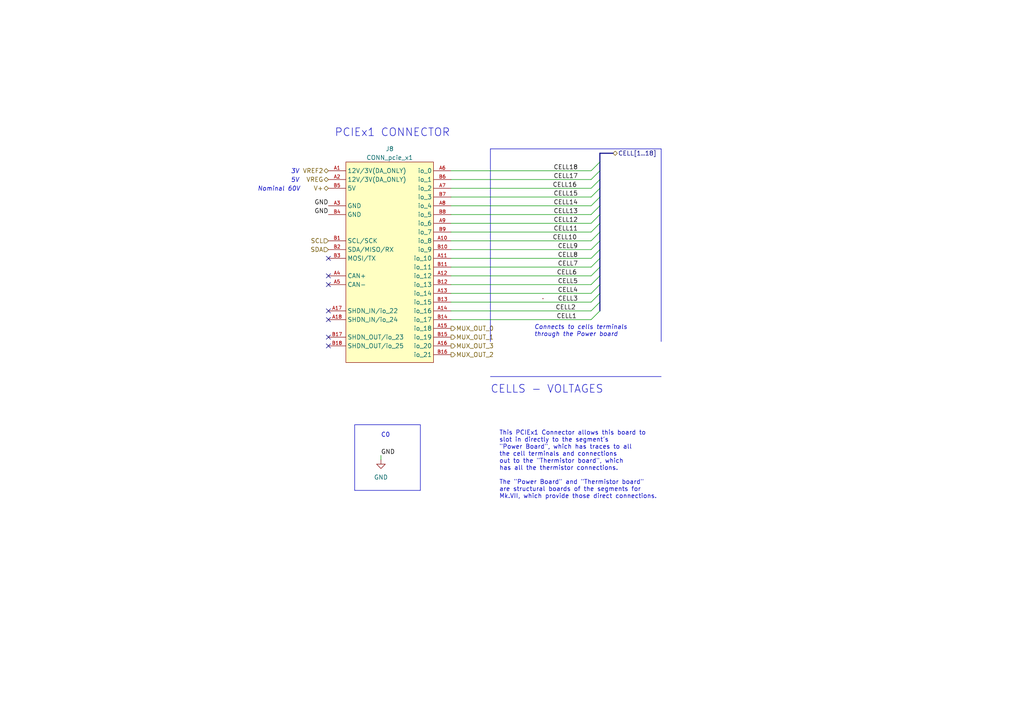
<source format=kicad_sch>
(kicad_sch (version 20250114) (generator "eeschema") (generator_version "9.0")
  (paper "A4")
  (lib_symbols
    (symbol "OEM:CONN_pcie_x1"
      (property "Reference" "J" (at 0 30.48 0))
      (property "Value" "CONN_pcie_x1" (at 0 27.94 0))
      (symbol "CONN_pcie_x1_0_1"
        (circle (center 44.45 -12.954) (radius 0.0001))
      )
      (symbol "CONN_pcie_x1_1_1"
        (rectangle (start -12.7 26.67) (end 12.7 -31.496) (fill (type background)))
        (pin bidirectional line (at -17.78 24.13 0) (length 5) (name "12V/3V(DA_ONLY)") (number "A1"))
        (pin bidirectional line (at -17.78 21.59 0) (length 5) (name "12V/3V(DA_ONLY)") (number "A2"))
        (pin bidirectional line (at -17.78 19.05 0) (length 5) (name "5V") (number "B5"))
        (pin bidirectional line (at -17.78 13.97 0) (length 5) (name "GND") (number "A3"))
        (pin bidirectional line (at -17.78 11.43 0) (length 5) (name "GND") (number "B4"))
        (pin bidirectional line (at -17.78 3.81 0) (length 5) (name "SCL/SCK") (number "B1"))
        (pin bidirectional line (at -17.78 1.27 0) (length 5) (name "SDA/MISO/RX") (number "B2"))
        (pin bidirectional line (at -17.78 -1.27 0) (length 5) (name "MOSI/TX") (number "B3"))
        (pin bidirectional line (at -17.78 -6.35 0) (length 5) (name "CAN+") (number "A4"))
        (pin bidirectional line (at -17.78 -8.89 0) (length 5) (name "CAN-") (number "A5"))
        (pin bidirectional line (at -17.78 -16.51 0) (length 5) (name "SHDN_IN/io_22") (number "A17"))
        (pin bidirectional line (at -17.78 -19.05 0) (length 5) (name "SHDN_IN/io_24") (number "A18"))
        (pin bidirectional line (at -17.78 -24.13 0) (length 5) (name "SHDN_OUT/io_23") (number "B17"))
        (pin bidirectional line (at -17.78 -26.67 0) (length 5) (name "SHDN_OUT/io_25") (number "B18"))
        (pin bidirectional line (at 17.78 24.13 180) (length 5) (name "io_0") (number "A6"))
        (pin bidirectional line (at 17.78 21.59 180) (length 5) (name "io_1") (number "B6"))
        (pin bidirectional line (at 17.78 19.05 180) (length 5) (name "io_2") (number "A7"))
        (pin bidirectional line (at 17.78 16.51 180) (length 5) (name "io_3") (number "B7"))
        (pin bidirectional line (at 17.78 13.97 180) (length 5) (name "io_4") (number "A8"))
        (pin bidirectional line (at 17.78 11.43 180) (length 5) (name "io_5") (number "B8"))
        (pin bidirectional line (at 17.78 8.89 180) (length 5) (name "io_6") (number "A9"))
        (pin bidirectional line (at 17.78 6.35 180) (length 5) (name "io_7") (number "B9"))
        (pin bidirectional line (at 17.78 3.81 180) (length 5) (name "io_8") (number "A10"))
        (pin bidirectional line (at 17.78 1.27 180) (length 5) (name "io_9") (number "B10"))
        (pin bidirectional line (at 17.78 -1.27 180) (length 5) (name "io_10") (number "A11"))
        (pin bidirectional line (at 17.78 -3.81 180) (length 5) (name "io_11") (number "B11"))
        (pin bidirectional line (at 17.78 -6.35 180) (length 5) (name "io_12") (number "A12"))
        (pin bidirectional line (at 17.78 -8.89 180) (length 5) (name "io_13") (number "B12"))
        (pin bidirectional line (at 17.78 -11.43 180) (length 5) (name "io_14") (number "A13"))
        (pin bidirectional line (at 17.78 -13.97 180) (length 5) (name "io_15") (number "B13"))
        (pin bidirectional line (at 17.78 -16.51 180) (length 5) (name "io_16") (number "A14"))
        (pin bidirectional line (at 17.78 -19.05 180) (length 5) (name "io_17") (number "B14"))
        (pin bidirectional line (at 17.78 -21.59 180) (length 5) (name "io_18") (number "A15"))
        (pin bidirectional line (at 17.78 -24.13 180) (length 5) (name "io_19") (number "B15"))
        (pin bidirectional line (at 17.78 -26.67 180) (length 5) (name "io_20") (number "A16"))
        (pin bidirectional line (at 17.78 -29.21 180) (length 5) (name "io_21") (number "B16"))
      )
    )
    (symbol "power:GND" (power) (pin_names (offset 0))
      (property "Value" "GND" (at 0 -3.81 0))
      (symbol "GND_0_1"
        (polyline (pts (xy 0 0) (xy 0 -1.27) (xy 1.27 -1.27) (xy 0 -2.54) (xy -1.27 -1.27) (xy 0 -1.27)))
      )
      (symbol "GND_1_1"
        (pin power_in line (at 0 0 270) (length 0) (hide yes) (name "GND") (number "1"))
      )
    )
  )
  (text "C0" (at 110.49 127 0) (effects (font (size 1.27 1.27)) (justify left bottom)))
  (text "This PCIEx1 Connector allows this board to\nslot in directly to the segment's\n\"Power Board\", which has traces to all\nthe cell terminals and connections\nout to the \"Thermistor board\", which\nhas all the thermistor connections.\n\nThe \"Power Board\" and \"Thermistor board\"\nare structural boards of the segments for\nMk.VII, which provide those direct connections." (at 144.78 144.78 0) (effects (font (size 1.27 1.27)) (justify left bottom)))
  (text "5V" (at 84.328 53.086 0) (effects (font (size 1.27 1.27) (italic yes)) (justify left bottom)))
  (text "CELLS - VOLTAGES" (at 142.24 114.3 0) (effects (font (size 2.2606 2.2606)) (justify left bottom)))
  (text "PCIEx1 CONNECTOR\n" (at 97.028 39.878 0) (effects (font (size 2.2606 2.2606)) (justify left bottom)))
  (text "3V" (at 84.328 50.546 0) (effects (font (size 1.27 1.27) (italic yes)) (justify left bottom)))
  (text "Connects to cells terminals\nthrough the Power board" (at 154.94 97.79 0) (effects (font (size 1.27 1.27) (italic yes)) (justify left bottom)))
  (text "Nominal 60V" (at 74.676 55.626 0) (effects (font (size 1.27 1.27) (italic yes)) (justify left bottom)))
  (no_connect (at 95.25 82.55))
  (no_connect (at 95.25 97.79))
  (no_connect (at 95.25 74.93))
  (no_connect (at 95.25 90.17))
  (no_connect (at 95.25 80.01))
  (no_connect (at 95.25 100.33))
  (no_connect (at 95.25 92.71))
  (bus_entry (at 173.99 46.99) (size -2.54 2.54))
  (bus_entry (at 173.99 54.61) (size -2.54 2.54))
  (bus_entry (at 173.99 57.15) (size -2.54 2.54))
  (bus_entry (at 173.99 77.47) (size -2.54 2.54))
  (bus_entry (at 173.99 87.63) (size -2.54 2.54))
  (bus_entry (at 173.99 82.55) (size -2.54 2.54))
  (bus_entry (at 173.99 85.09) (size -2.54 2.54))
  (bus_entry (at 173.99 72.39) (size -2.54 2.54))
  (bus_entry (at 173.99 64.77) (size -2.54 2.54))
  (bus_entry (at 173.99 62.23) (size -2.54 2.54))
  (bus_entry (at 173.99 74.93) (size -2.54 2.54))
  (bus_entry (at 173.99 59.69) (size -2.54 2.54))
  (bus_entry (at 173.99 80.01) (size -2.54 2.54))
  (bus_entry (at 173.99 90.17) (size -2.54 2.54))
  (bus_entry (at 173.99 67.31) (size -2.54 2.54))
  (bus_entry (at 173.99 49.53) (size -2.54 2.54))
  (bus_entry (at 173.99 52.07) (size -2.54 2.54))
  (bus_entry (at 173.99 69.85) (size -2.54 2.54))
  (bus (pts (xy 177.8 44.45) (xy 173.99 44.45)))
  (wire (pts (xy 110.49 132.08) (xy 110.49 133.35)))
  (bus (pts (xy 173.99 52.07) (xy 173.99 54.61)))
  (polyline (pts (xy 102.87 142.24) (xy 121.92 142.24)))
  (bus (pts (xy 173.99 62.23) (xy 173.99 64.77)))
  (wire (pts (xy 171.45 57.15) (xy 130.81 57.15)))
  (bus (pts (xy 173.99 85.09) (xy 173.99 87.63)))
  (wire (pts (xy 171.45 87.63) (xy 130.81 87.63)))
  (wire (pts (xy 171.45 77.47) (xy 130.81 77.47)))
  (wire (pts (xy 171.45 64.77) (xy 130.81 64.77)))
  (polyline (pts (xy 191.77 43.18) (xy 191.77 99.06)))
  (wire (pts (xy 171.45 69.85) (xy 130.81 69.85)))
  (polyline (pts (xy 191.77 109.22) (xy 142.24 109.22)))
  (bus (pts (xy 173.99 44.45) (xy 173.99 46.99)))
  (wire (pts (xy 171.45 92.71) (xy 130.81 92.71)))
  (polyline (pts (xy 102.87 123.19) (xy 102.87 142.24)))
  (wire (pts (xy 171.45 59.69) (xy 130.81 59.69)))
  (wire (pts (xy 171.45 74.93) (xy 130.81 74.93)))
  (bus (pts (xy 173.99 54.61) (xy 173.99 57.15)))
  (wire (pts (xy 171.45 67.31) (xy 130.81 67.31)))
  (polyline (pts (xy 121.92 142.24) (xy 121.92 123.19)))
  (bus (pts (xy 173.99 64.77) (xy 173.99 67.31)))
  (wire (pts (xy 171.45 82.55) (xy 130.81 82.55)))
  (bus (pts (xy 173.99 67.31) (xy 173.99 69.85)))
  (bus (pts (xy 173.99 80.01) (xy 173.99 82.55)))
  (wire (pts (xy 171.45 49.53) (xy 130.81 49.53)))
  (bus (pts (xy 173.99 49.53) (xy 173.99 52.07)))
  (bus (pts (xy 173.99 77.47) (xy 173.99 80.01)))
  (wire (pts (xy 171.45 72.39) (xy 130.81 72.39)))
  (bus (pts (xy 173.99 59.69) (xy 173.99 62.23)))
  (bus (pts (xy 173.99 69.85) (xy 173.99 72.39)))
  (wire (pts (xy 171.45 62.23) (xy 130.81 62.23)))
  (bus (pts (xy 173.99 87.63) (xy 173.99 90.17)))
  (polyline (pts (xy 142.24 43.18) (xy 191.77 43.18)))
  (bus (pts (xy 173.99 72.39) (xy 173.99 74.93)))
  (wire (pts (xy 171.45 85.09) (xy 130.81 85.09)))
  (bus (pts (xy 173.99 82.55) (xy 173.99 85.09)))
  (wire (pts (xy 171.45 52.07) (xy 130.81 52.07)))
  (polyline (pts (xy 142.24 99.06) (xy 142.24 43.18)))
  (wire (pts (xy 171.45 90.17) (xy 130.81 90.17)))
  (bus (pts (xy 173.99 46.99) (xy 173.99 49.53)))
  (wire (pts (xy 171.45 54.61) (xy 130.81 54.61)))
  (bus (pts (xy 173.99 57.15) (xy 173.99 59.69)))
  (bus (pts (xy 173.99 74.93) (xy 173.99 77.47)))
  (polyline (pts (xy 102.87 123.19) (xy 121.92 123.19)))
  (wire (pts (xy 171.45 80.01) (xy 130.81 80.01)))
  (label "CELL10" (at 167.3615 69.85 180))
  (label "CELL3" (at 167.64 87.63 180))
  (label "GND" (at 95.25 59.69 180))
  (label "CELL12" (at 167.64 64.77 180))
  (label "CELL16" (at 167.3615 54.61 180))
  (label "CELL17" (at 167.64 52.07 180))
  (label "CELL4" (at 167.64 85.09 180))
  (label "GND" (at 95.25 62.23 180))
  (label "CELL8" (at 167.64 74.93 180))
  (label "CELL7" (at 167.64 77.47 180))
  (label "CELL18" (at 167.64 49.53 180))
  (label "CELL11" (at 167.64 67.31 180))
  (label "CELL13" (at 167.64 62.23 180))
  (label "CELL1" (at 167.2909 92.71 180))
  (label "CELL9" (at 167.64 72.39 180))
  (label "CELL5" (at 167.64 82.55 180))
  (label "CELL2" (at 167.0124 90.17 180))
  (label "CELL15" (at 167.64 57.15 180))
  (label "CELL14" (at 167.64 59.69 180))
  (label "GND" (at 110.49 132.08 0))
  (label "CELL6" (at 167.3615 80.01 180))
  (hierarchical_label "MUX_OUT_2" (shape output) (at 130.81 102.87 0))
  (hierarchical_label "MUX_OUT_0" (shape output) (at 130.81 95.25 0))
  (hierarchical_label "VREF2" (shape bidirectional) (at 95.25 49.53 180))
  (hierarchical_label "CELL[1..18]" (shape bidirectional) (at 177.8 44.45 0))
  (hierarchical_label "MUX_OUT_3" (shape output) (at 130.81 100.33 0))
  (hierarchical_label "SCL" (shape input) (at 95.25 69.85 180))
  (hierarchical_label "SDA" (shape input) (at 95.25 72.39 180))
  (hierarchical_label "VREG" (shape bidirectional) (at 95.25 52.07 180))
  (hierarchical_label "MUX_OUT_1" (shape output) (at 130.81 97.79 0))
  (hierarchical_label "V+" (shape bidirectional) (at 95.25 54.61 180))
  (symbol (lib_id "power:GND") (at 110.49 133.35 0) (unit 1)
    (property "Reference" "#PWR?" (effects (hide yes)))
    (property "Value" "GND" (at 110.49 138.43 0))
  )
  (symbol (lib_id "OEM:CONN_pcie_x1") (at 113.03 73.66 0) (unit 1)
    (property "Reference" "J8" (at 113.03 43.18 0))
    (property "Value" "CONN_pcie_x1" (at 113.03 45.72 0))
    (property "Footprint" "OEM:pcie_x1" (effects (hide yes)))
    (property "Datasheet" "https://www.te.com/commerce/DocumentDelivery/DDEController?Action=showdoc&DocId=Data+Sheet%7F4-1773442-7%7F0308%7Fpdf%7FEnglish%7FENG_DS_4-1773442-7_0308.pdf%7F2-1761465-1" (effects (hide yes)))
    (property "Description" "Interface used to connect daugterboards to Mk.VII's motherboards" (effects (hide yes)))
  )
)
</source>
